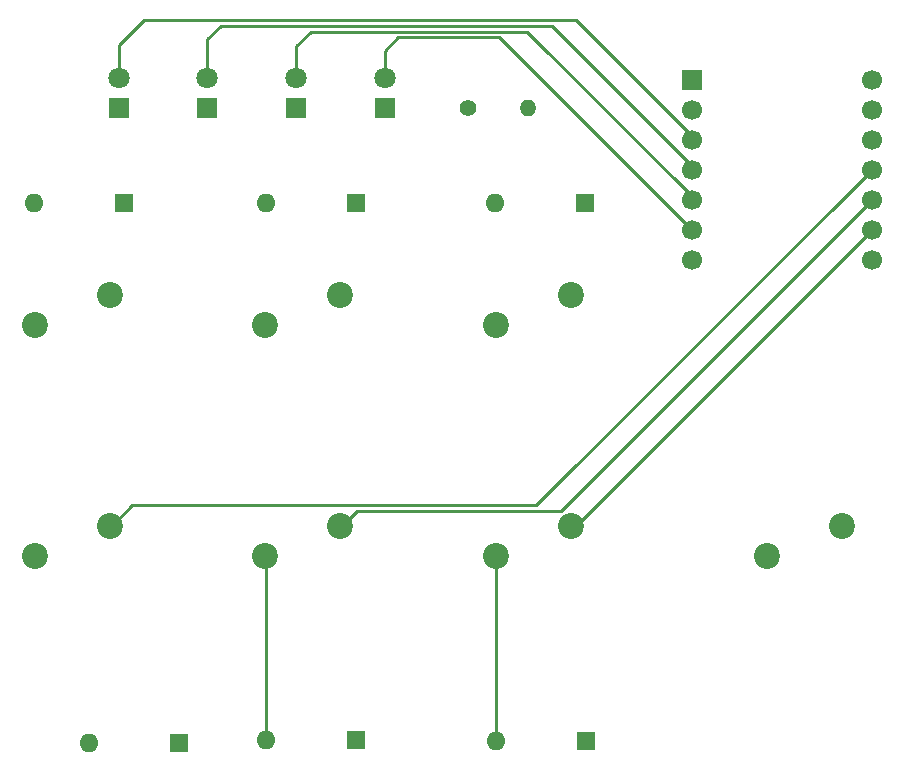
<source format=gbr>
%TF.GenerationSoftware,KiCad,Pcbnew,8.0.6*%
%TF.CreationDate,2024-10-20T16:09:43+03:00*%
%TF.ProjectId,oakpad,6f616b70-6164-42e6-9b69-6361645f7063,rev?*%
%TF.SameCoordinates,Original*%
%TF.FileFunction,Copper,L2,Bot*%
%TF.FilePolarity,Positive*%
%FSLAX46Y46*%
G04 Gerber Fmt 4.6, Leading zero omitted, Abs format (unit mm)*
G04 Created by KiCad (PCBNEW 8.0.6) date 2024-10-20 16:09:43*
%MOMM*%
%LPD*%
G01*
G04 APERTURE LIST*
%TA.AperFunction,ComponentPad*%
%ADD10C,2.200000*%
%TD*%
%TA.AperFunction,ComponentPad*%
%ADD11R,1.600000X1.600000*%
%TD*%
%TA.AperFunction,ComponentPad*%
%ADD12O,1.600000X1.600000*%
%TD*%
%TA.AperFunction,ComponentPad*%
%ADD13R,1.800000X1.800000*%
%TD*%
%TA.AperFunction,ComponentPad*%
%ADD14C,1.800000*%
%TD*%
%TA.AperFunction,ComponentPad*%
%ADD15C,1.400000*%
%TD*%
%TA.AperFunction,ComponentPad*%
%ADD16O,1.400000X1.400000*%
%TD*%
%TA.AperFunction,ComponentPad*%
%ADD17R,1.700000X1.700000*%
%TD*%
%TA.AperFunction,ComponentPad*%
%ADD18C,1.700000*%
%TD*%
%TA.AperFunction,Conductor*%
%ADD19C,0.250000*%
%TD*%
G04 APERTURE END LIST*
D10*
%TO.P,SW1,1,1*%
%TO.N,/Row1*%
X25465000Y-36345000D03*
%TO.P,SW1,2,2*%
%TO.N,Net-(D1-A)*%
X19115000Y-38885000D03*
%TD*%
D11*
%TO.P,D4,1,K*%
%TO.N,/Column2*%
X31310000Y-74250000D03*
D12*
%TO.P,D4,2,A*%
%TO.N,Net-(D4-A)*%
X23690000Y-74250000D03*
%TD*%
D13*
%TO.P,D10,1,K*%
%TO.N,Net-(D10-K)*%
X48750000Y-20500000D03*
D14*
%TO.P,D10,2,A*%
%TO.N,Net-(D10-A)*%
X48750000Y-17960000D03*
%TD*%
D10*
%TO.P,SW3,1,1*%
%TO.N,/Row3*%
X64565000Y-36345000D03*
%TO.P,SW3,2,2*%
%TO.N,Net-(D3-A)*%
X58215000Y-38885000D03*
%TD*%
%TO.P,SW5,1,1*%
%TO.N,/Row2*%
X45015000Y-55895000D03*
%TO.P,SW5,2,2*%
%TO.N,Net-(D5-A)*%
X38665000Y-58435000D03*
%TD*%
D11*
%TO.P,D1,1,K*%
%TO.N,/Column1*%
X26730000Y-28500000D03*
D12*
%TO.P,D1,2,A*%
%TO.N,Net-(D1-A)*%
X19110000Y-28500000D03*
%TD*%
D13*
%TO.P,D8,1,K*%
%TO.N,Net-(D10-K)*%
X33750000Y-20500000D03*
D14*
%TO.P,D8,2,A*%
%TO.N,Net-(D8-A)*%
X33750000Y-17960000D03*
%TD*%
D10*
%TO.P,SW7,1,1*%
%TO.N,GND*%
X87515000Y-55895000D03*
%TO.P,SW7,2,2*%
%TO.N,Net-(U1-PB08_A6_D6_TX)*%
X81165000Y-58435000D03*
%TD*%
D11*
%TO.P,D2,1,K*%
%TO.N,/Column1*%
X46310000Y-28500000D03*
D12*
%TO.P,D2,2,A*%
%TO.N,Net-(D2-A)*%
X38690000Y-28500000D03*
%TD*%
D11*
%TO.P,D6,1,K*%
%TO.N,/Column2*%
X65810000Y-74040000D03*
D12*
%TO.P,D6,2,A*%
%TO.N,Net-(D6-A)*%
X58190000Y-74040000D03*
%TD*%
D15*
%TO.P,R1,1*%
%TO.N,Net-(D10-K)*%
X55840000Y-20500000D03*
D16*
%TO.P,R1,2*%
%TO.N,GND*%
X60920000Y-20500000D03*
%TD*%
D11*
%TO.P,D3,1,K*%
%TO.N,/Column1*%
X65730000Y-28500000D03*
D12*
%TO.P,D3,2,A*%
%TO.N,Net-(D3-A)*%
X58110000Y-28500000D03*
%TD*%
D10*
%TO.P,SW2,1,1*%
%TO.N,/Row2*%
X45015000Y-36345000D03*
%TO.P,SW2,2,2*%
%TO.N,Net-(D2-A)*%
X38665000Y-38885000D03*
%TD*%
D13*
%TO.P,D7,1,K*%
%TO.N,Net-(D10-K)*%
X26250000Y-20500000D03*
D14*
%TO.P,D7,2,A*%
%TO.N,Net-(D7-A)*%
X26250000Y-17960000D03*
%TD*%
D10*
%TO.P,SW4,1,1*%
%TO.N,/Row1*%
X25465000Y-55895000D03*
%TO.P,SW4,2,2*%
%TO.N,Net-(D4-A)*%
X19115000Y-58435000D03*
%TD*%
D17*
%TO.P,U1,1,PA02_A0_D0*%
%TO.N,/Column1*%
X74770250Y-18092015D03*
D18*
%TO.P,U1,2,PA4_A1_D1*%
%TO.N,/Column2*%
X74770250Y-20632015D03*
%TO.P,U1,3,PA10_A2_D2*%
%TO.N,Net-(D7-A)*%
X74770250Y-23172015D03*
%TO.P,U1,4,PA11_A3_D3*%
%TO.N,Net-(D8-A)*%
X74770250Y-25712015D03*
%TO.P,U1,5,PA8_A4_D4_SDA*%
%TO.N,Net-(D9-A)*%
X74770250Y-28252015D03*
%TO.P,U1,6,PA9_A5_D5_SCL*%
%TO.N,Net-(D10-A)*%
X74770250Y-30792015D03*
%TO.P,U1,7,PB08_A6_D6_TX*%
%TO.N,Net-(U1-PB08_A6_D6_TX)*%
X74770250Y-33332015D03*
%TO.P,U1,8,PB09_A7_D7_RX*%
%TO.N,unconnected-(U1-PB09_A7_D7_RX-Pad8)*%
X90020250Y-33332015D03*
%TO.P,U1,9,PA7_A8_D8_SCK*%
%TO.N,/Row3*%
X90020250Y-30792015D03*
%TO.P,U1,10,PA5_A9_D9_MISO*%
%TO.N,/Row2*%
X90020250Y-28252015D03*
%TO.P,U1,11,PA6_A10_D10_MOSI*%
%TO.N,/Row1*%
X90020250Y-25712015D03*
%TO.P,U1,12,3V3*%
%TO.N,unconnected-(U1-3V3-Pad12)*%
X90020250Y-23172015D03*
%TO.P,U1,13,GND*%
%TO.N,GND*%
X90020250Y-20632015D03*
%TO.P,U1,14,5V*%
%TO.N,+5V*%
X90020250Y-18092015D03*
%TD*%
D10*
%TO.P,SW6,1,1*%
%TO.N,/Row3*%
X64565000Y-55895000D03*
%TO.P,SW6,2,2*%
%TO.N,Net-(D6-A)*%
X58215000Y-58435000D03*
%TD*%
D11*
%TO.P,D5,1,K*%
%TO.N,/Column2*%
X46310000Y-73960000D03*
D12*
%TO.P,D5,2,A*%
%TO.N,Net-(D5-A)*%
X38690000Y-73960000D03*
%TD*%
D13*
%TO.P,D9,1,K*%
%TO.N,Net-(D10-K)*%
X41250000Y-20500000D03*
D14*
%TO.P,D9,2,A*%
%TO.N,Net-(D9-A)*%
X41250000Y-17960000D03*
%TD*%
D19*
%TO.N,Net-(D1-A)*%
X19110000Y-38915000D02*
X19065000Y-38960000D01*
%TO.N,Net-(D2-A)*%
X38610000Y-28580000D02*
X38690000Y-28500000D01*
%TO.N,Net-(D3-A)*%
X58190000Y-28580000D02*
X58110000Y-28500000D01*
%TO.N,Net-(D5-A)*%
X38690000Y-58540000D02*
X38690000Y-73960000D01*
%TO.N,Net-(D6-A)*%
X58215000Y-74015000D02*
X58190000Y-74040000D01*
X58215000Y-58535000D02*
X58215000Y-74015000D01*
X58150000Y-74000000D02*
X58190000Y-74040000D01*
%TO.N,Net-(D7-A)*%
X64931396Y-13000000D02*
X64000000Y-13000000D01*
X74770250Y-22838854D02*
X64931396Y-13000000D01*
X26250000Y-17960000D02*
X26250000Y-15170000D01*
X26250000Y-15170000D02*
X28420000Y-13000000D01*
X28420000Y-13000000D02*
X64000000Y-13000000D01*
%TO.N,Net-(D8-A)*%
X33750000Y-17960000D02*
X33750000Y-14670000D01*
X33750000Y-14670000D02*
X34920000Y-13500000D01*
X74770250Y-25378854D02*
X62891396Y-13500000D01*
X34920000Y-13500000D02*
X61750000Y-13500000D01*
X62891396Y-13500000D02*
X61750000Y-13500000D01*
%TO.N,Net-(D9-A)*%
X42500000Y-14000000D02*
X59750000Y-14000000D01*
X60851396Y-14000000D02*
X59750000Y-14000000D01*
X41250000Y-17960000D02*
X41250000Y-15250000D01*
X41250000Y-15250000D02*
X42500000Y-14000000D01*
X74770250Y-27918854D02*
X60851396Y-14000000D01*
%TO.N,Net-(D10-A)*%
X49920000Y-14500000D02*
X57500000Y-14500000D01*
X58478235Y-14500000D02*
X57500000Y-14500000D01*
X48750000Y-17960000D02*
X48750000Y-15670000D01*
X48750000Y-15670000D02*
X49920000Y-14500000D01*
X74770250Y-30792015D02*
X58478235Y-14500000D01*
%TO.N,/Row1*%
X90020250Y-25712015D02*
X61612265Y-54120000D01*
X25465000Y-55995000D02*
X27340000Y-54120000D01*
X61612265Y-54120000D02*
X61000000Y-54120000D01*
X27340000Y-54120000D02*
X61000000Y-54120000D01*
%TO.N,/Row2*%
X46440000Y-54570000D02*
X61750000Y-54570000D01*
X45015000Y-55995000D02*
X46440000Y-54570000D01*
X90020250Y-28252015D02*
X63702265Y-54570000D01*
X63702265Y-54570000D02*
X61750000Y-54570000D01*
%TO.N,/Row3*%
X90020250Y-30792015D02*
X64817265Y-55995000D01*
X64817265Y-55995000D02*
X64565000Y-55995000D01*
%TD*%
M02*

</source>
